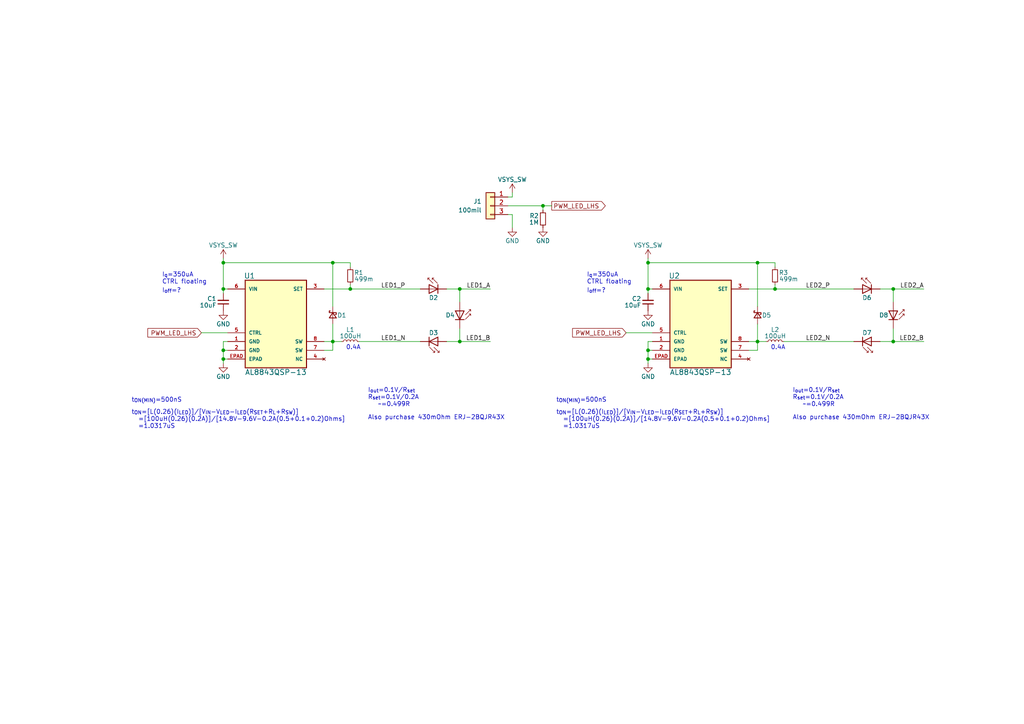
<source format=kicad_sch>
(kicad_sch (version 20211123) (generator eeschema)
  (paper "A4")
  (title_block (title "Project Falcon") (date "2022-02-11") (rev "1A") (company "University of Waterloo") (comment 1 "Mechatronics Engineering") (comment 2 "Final Year Design Project (Capstone)") (comment 3 "Alex Petkovic") (comment 4 "LHS Auxilliary PCB"))
  (lib_symbols
    (symbol "Connector_Generic:Conn_01x03" (pin_names (offset 1.016) hide)
      (property "Reference" "J" (at 0 5.08 0))
      (property "Value" "Conn_01x03" (at 0 -5.08 0))
      (symbol "Conn_01x03_1_1"
        (rectangle (start -1.27 -2.413) (end 0 -2.667) (stroke (width 0.1524)))
        (rectangle (start -1.27 0.127) (end 0 -0.127) (stroke (width 0.1524)))
        (rectangle (start -1.27 2.667) (end 0 2.413) (stroke (width 0.1524)))
        (rectangle (start -1.27 3.81) (end 1.27 -3.81) (stroke (width 0.254)) (fill (type background)))
        (pin passive line (at -5.08 2.54 0) (length 3.81) (name "Pin_1") (number "1"))
        (pin passive line (at -5.08 0 0) (length 3.81) (name "Pin_2") (number "2"))
        (pin passive line (at -5.08 -2.54 0) (length 3.81) (name "Pin_3") (number "3"))
      )
    )
    (symbol "Device:C_Small" (pin_numbers hide) (pin_names (offset 0.254) hide)
      (property "Reference" "C" (at 0.254 1.778 0))
      (property "Value" "C_Small" (at 0.254 -2.032 0))
      (symbol "C_Small_0_1"
        (polyline (pts (xy -1.524 -0.508) (xy 1.524 -0.508)) (stroke (width 0.3302)))
        (polyline (pts (xy -1.524 0.508) (xy 1.524 0.508)) (stroke (width 0.3048)))
      )
      (symbol "C_Small_1_1"
        (pin passive line (at 0 2.54 270) (length 2.032) (name "~") (number "1"))
        (pin passive line (at 0 -2.54 90) (length 2.032) (name "~") (number "2"))
      )
    )
    (symbol "Device:D_Schottky_Small" (pin_numbers hide) (pin_names (offset 0.254) hide)
      (property "Reference" "D" (at -1.27 2.032 0))
      (property "Value" "D_Schottky_Small" (at -7.112 -2.032 0))
      (symbol "D_Schottky_Small_0_1"
        (polyline (pts (xy -0.762 0) (xy 0.762 0)))
        (polyline (pts (xy 0.762 -1.016) (xy -0.762 0) (xy 0.762 1.016) (xy 0.762 -1.016)) (stroke (width 0.254)))
        (polyline (pts (xy -1.27 0.762) (xy -1.27 1.016) (xy -0.762 1.016) (xy -0.762 -1.016) (xy -0.254 -1.016) (xy -0.254 -0.762)) (stroke (width 0.254)))
      )
      (symbol "D_Schottky_Small_1_1"
        (pin passive line (at -2.54 0 0) (length 1.778) (name "K") (number "1"))
        (pin passive line (at 2.54 0 180) (length 1.778) (name "A") (number "2"))
      )
    )
    (symbol "Device:L_Small" (pin_numbers hide) (pin_names (offset 0.254) hide)
      (property "Reference" "L" (at 0.762 1.016 0))
      (property "Value" "L_Small" (at 0.762 -1.016 0))
      (symbol "L_Small_0_1"
        (arc (start 0 -2.032) (mid 0.508 -1.524) (end 0 -1.016))
        (arc (start 0 -1.016) (mid 0.508 -0.508) (end 0 0))
        (arc (start 0 0) (mid 0.508 0.508) (end 0 1.016))
        (arc (start 0 1.016) (mid 0.508 1.524) (end 0 2.032))
      )
      (symbol "L_Small_1_1"
        (pin passive line (at 0 2.54 270) (length 0.508) (name "~") (number "1"))
        (pin passive line (at 0 -2.54 90) (length 0.508) (name "~") (number "2"))
      )
    )
    (symbol "Device:R_Small" (pin_numbers hide) (pin_names (offset 0.254) hide)
      (property "Reference" "R" (at 0.762 0.508 0))
      (property "Value" "R_Small" (at 0.762 -1.016 0))
      (symbol "R_Small_0_1"
        (rectangle (start -0.762 1.778) (end 0.762 -1.778) (stroke (width 0.2032)))
      )
      (symbol "R_Small_1_1"
        (pin passive line (at 0 2.54 270) (length 0.762) (name "~") (number "1"))
        (pin passive line (at 0 -2.54 90) (length 0.762) (name "~") (number "2"))
      )
    )
    (symbol "JetkovKiCADLib:AL8843QSP-13" (pin_names (offset 1.016))
      (property "Reference" "U" (at -7.62 12.7 0))
      (property "Value" "AL8843QSP-13" (at 0 -15.24 0))
      (symbol "AL8843QSP-13_0_1"
        (rectangle (start -8.89 11.43) (end 8.89 -13.97) (stroke (width 0.3048)) (fill (type background)))
      )
      (symbol "AL8843QSP-13_1_1"
        (pin power_in line (at -13.97 -6.35 0) (length 5.08) (name "GND") (number "1"))
        (pin power_in line (at -13.97 -8.89 0) (length 5.08) (name "GND") (number "2"))
        (pin unspecified line (at 13.97 8.89 180) (length 5.08) (name "SET") (number "3"))
        (pin no_connect line (at 13.97 -11.43 180) (length 5.08) (name "NC") (number "4"))
        (pin unspecified line (at -13.97 -3.81 0) (length 5.08) (name "CTRL") (number "5"))
        (pin unspecified line (at -13.97 8.89 0) (length 5.08) (name "VIN") (number "6"))
        (pin unspecified line (at 13.97 -8.89 180) (length 5.08) (name "SW") (number "7"))
        (pin unspecified line (at 13.97 -6.35 180) (length 5.08) (name "SW") (number "8"))
        (pin unspecified line (at -13.97 -11.43 0) (length 5.08) (name "EPAD") (number "EPAD"))
      )
    )
    (symbol "JetkovKiCADLib:VSYS_SW" (power) (pin_names (offset 0))
      (property "Value" "VSYS_SW" (at 0 3.556 0))
      (symbol "VSYS_SW_0_1"
        (polyline (pts (xy -0.762 1.27) (xy 0 2.54)))
        (polyline (pts (xy 0 0) (xy 0 2.54)))
        (polyline (pts (xy 0 2.54) (xy 0.762 1.27)))
      )
      (symbol "VSYS_SW_1_1"
        (pin power_in line (at 0 0 90) (length 0) hide (name "VSYS_SW") (number "1"))
      )
    )
    (symbol "JetkovKiCADLib:XQA LED 1616 SMD" (pin_numbers hide) (pin_names (offset 1.016) hide)
      (property "Reference" "D" (at 0.508 1.778 0))
      (symbol "XQA LED 1616 SMD_0_1"
        (polyline (pts (xy -2.54 0) (xy 0 0)))
        (polyline (pts (xy -2.54 1.27) (xy -2.54 -1.27)) (stroke (width 0.254)))
        (polyline (pts (xy 0.381 3.175) (xy -0.127 3.175)))
        (polyline (pts (xy -1.143 1.651) (xy 0.381 3.175) (xy 0.381 2.667)))
        (polyline (pts (xy 0 -1.27) (xy 0 1.27) (xy -2.54 0) (xy 0 -1.27)) (stroke (width 0.254)))
        (polyline (pts (xy -2.413 1.651) (xy -0.889 3.175) (xy -0.889 2.667) (xy -0.889 3.175) (xy -1.397 3.175)))
      )
      (symbol "XQA LED 1616 SMD_1_1"
        (pin passive line (at -5.08 0 0) (length 2.54) (name "K") (number "1"))
        (pin passive line (at 2.54 0 180) (length 2.54) (name "A") (number "2"))
      )
    )
    (symbol "power:GND" (power) (pin_names (offset 0))
      (property "Value" "GND" (at 0 -3.81 0))
      (symbol "GND_0_1"
        (polyline (pts (xy 0 0) (xy 0 -1.27) (xy 1.27 -1.27) (xy 0 -2.54) (xy -1.27 -1.27) (xy 0 -1.27)))
      )
      (symbol "GND_1_1"
        (pin power_in line (at 0 0 270) (length 0) hide (name "GND") (number "1"))
      )
    )
  )
  (junction (at 219.71 99.06))
  (junction (at 133.35 83.82))
  (junction (at 64.77 76.2))
  (junction (at 224.79 83.82))
  (junction (at 133.35 99.06))
  (junction (at 187.96 104.14))
  (junction (at 96.52 76.2))
  (junction (at 157.48 59.69))
  (junction (at 64.77 101.6))
  (junction (at 96.52 99.06))
  (junction (at 64.77 83.82))
  (junction (at 64.77 104.14))
  (junction (at 187.96 76.2))
  (junction (at 187.96 101.6))
  (junction (at 259.08 83.82))
  (junction (at 187.96 83.82))
  (junction (at 101.6 83.82))
  (junction (at 259.08 99.06))
  (junction (at 219.71 76.2))
  (wire (pts (xy 187.96 99.06) (xy 187.96 101.6)))
  (wire (pts (xy 133.35 99.06) (xy 133.35 95.25)))
  (wire (pts (xy 93.98 83.82) (xy 101.6 83.82)))
  (wire (pts (xy 101.6 76.2) (xy 96.52 76.2)))
  (wire (pts (xy 187.96 104.14) (xy 189.23 104.14)))
  (wire (pts (xy 157.48 59.69) (xy 157.48 60.96)))
  (wire (pts (xy 64.77 99.06) (xy 64.77 101.6)))
  (wire (pts (xy 181.61 96.52) (xy 189.23 96.52)))
  (wire (pts (xy 64.77 104.14) (xy 64.77 105.41)))
  (wire (pts (xy 224.79 76.2) (xy 219.71 76.2)))
  (wire (pts (xy 96.52 99.06) (xy 99.06 99.06)))
  (wire (pts (xy 259.08 83.82) (xy 255.27 83.82)))
  (wire (pts (xy 187.96 99.06) (xy 189.23 99.06)))
  (wire (pts (xy 219.71 99.06) (xy 222.25 99.06)))
  (wire (pts (xy 133.35 83.82) (xy 129.54 83.82)))
  (wire (pts (xy 64.77 76.2) (xy 64.77 83.82)))
  (wire (pts (xy 64.77 99.06) (xy 66.04 99.06)))
  (wire (pts (xy 259.08 99.06) (xy 259.08 95.25)))
  (wire (pts (xy 224.79 83.82) (xy 224.79 82.55)))
  (wire (pts (xy 187.96 83.82) (xy 189.23 83.82)))
  (wire (pts (xy 133.35 99.06) (xy 142.24 99.06)))
  (wire (pts (xy 101.6 83.82) (xy 121.92 83.82)))
  (wire (pts (xy 259.08 87.63) (xy 259.08 83.82)))
  (wire (pts (xy 64.77 83.82) (xy 66.04 83.82)))
  (wire (pts (xy 64.77 83.82) (xy 64.77 85.09)))
  (wire (pts (xy 133.35 83.82) (xy 142.24 83.82)))
  (wire (pts (xy 64.77 76.2) (xy 96.52 76.2)))
  (wire (pts (xy 187.96 74.93) (xy 187.96 76.2)))
  (wire (pts (xy 187.96 76.2) (xy 219.71 76.2)))
  (wire (pts (xy 64.77 104.14) (xy 66.04 104.14)))
  (wire (pts (xy 219.71 101.6) (xy 219.71 99.06)))
  (wire (pts (xy 255.27 99.06) (xy 259.08 99.06)))
  (wire (pts (xy 160.02 59.69) (xy 157.48 59.69)))
  (wire (pts (xy 64.77 74.93) (xy 64.77 76.2)))
  (wire (pts (xy 101.6 83.82) (xy 101.6 82.55)))
  (wire (pts (xy 64.77 101.6) (xy 64.77 104.14)))
  (wire (pts (xy 157.48 59.69) (xy 147.32 59.69)))
  (wire (pts (xy 64.77 101.6) (xy 66.04 101.6)))
  (wire (pts (xy 259.08 83.82) (xy 267.97 83.82)))
  (wire (pts (xy 224.79 83.82) (xy 247.65 83.82)))
  (wire (pts (xy 148.59 57.15) (xy 148.59 55.88)))
  (wire (pts (xy 224.79 77.47) (xy 224.79 76.2)))
  (wire (pts (xy 259.08 99.06) (xy 267.97 99.06)))
  (wire (pts (xy 187.96 101.6) (xy 189.23 101.6)))
  (wire (pts (xy 96.52 76.2) (xy 96.52 88.9)))
  (wire (pts (xy 217.17 101.6) (xy 219.71 101.6)))
  (wire (pts (xy 58.42 96.52) (xy 66.04 96.52)))
  (wire (pts (xy 147.32 57.15) (xy 148.59 57.15)))
  (wire (pts (xy 187.96 104.14) (xy 187.96 105.41)))
  (wire (pts (xy 96.52 101.6) (xy 96.52 99.06)))
  (wire (pts (xy 217.17 99.06) (xy 219.71 99.06)))
  (wire (pts (xy 93.98 101.6) (xy 96.52 101.6)))
  (wire (pts (xy 217.17 83.82) (xy 224.79 83.82)))
  (wire (pts (xy 133.35 87.63) (xy 133.35 83.82)))
  (wire (pts (xy 148.59 66.04) (xy 148.59 62.23)))
  (wire (pts (xy 93.98 99.06) (xy 96.52 99.06)))
  (wire (pts (xy 129.54 99.06) (xy 133.35 99.06)))
  (wire (pts (xy 219.71 93.98) (xy 219.71 99.06)))
  (wire (pts (xy 96.52 93.98) (xy 96.52 99.06)))
  (wire (pts (xy 227.33 99.06) (xy 247.65 99.06)))
  (wire (pts (xy 187.96 83.82) (xy 187.96 85.09)))
  (wire (pts (xy 219.71 76.2) (xy 219.71 88.9)))
  (wire (pts (xy 187.96 76.2) (xy 187.96 83.82)))
  (wire (pts (xy 187.96 101.6) (xy 187.96 104.14)))
  (wire (pts (xy 101.6 77.47) (xy 101.6 76.2)))
  (wire (pts (xy 148.59 62.23) (xy 147.32 62.23)))
  (wire (pts (xy 104.14 99.06) (xy 121.92 99.06)))
  (text "Also purchase 430mOhm ERJ-2BQJR43X" (at 106.68 121.92 0) (effects (font (size 1.27 1.27)) (justify left bottom)))
  (text "I_{off}=?" (at 170.18 85.09 0) (effects (font (size 1.27 1.27)) (justify left bottom)))
  (text "t_{ON(MIN)}=500nS" (at 161.29 116.84 0) (effects (font (size 1.27 1.27)) (justify left bottom)))
  (text "I_{q}=350uA\nCTRL floating" (at 46.99 82.55 0) (effects (font (size 1.27 1.27)) (justify left bottom)))
  (text "t_{ON}=[L(0.26)(I_{LED})]/[V_{IN}-V_{LED}-I_{LED}(R_{SET}+R_{L}+R_{SW})]\n  =[100uH(0.26)(0.2A)]/[14.8V-9.6V-0.2A(0.5+0.1+0.2)Ohms]\n  =1.0317uS" (at 38.1 124.46 0) (effects (font (size 1.27 1.27)) (justify left bottom)))
  (text "I_{out}=0.1V/R_{set}\nR_{set}=0.1V/0.2A\n   ~=0.499R" (at 106.68 118.11 0) (effects (font (size 1.27 1.27)) (justify left bottom)))
  (text "t_{ON}=[L(0.26)(I_{LED})]/[V_{IN}-V_{LED}-I_{LED}(R_{SET}+R_{L}+R_{SW})]\n  =[100uH(0.26)(0.2A)]/[14.8V-9.6V-0.2A(0.5+0.1+0.2)Ohms]\n  =1.0317uS" (at 161.29 124.46 0) (effects (font (size 1.27 1.27)) (justify left bottom)))
  (text "I_{out}=0.1V/R_{set}\nR_{set}=0.1V/0.2A\n   ~=0.499R" (at 229.87 118.11 0) (effects (font (size 1.27 1.27)) (justify left bottom)))
  (text "0.4A" (at 223.52 101.6 0) (effects (font (size 1.27 1.27)) (justify left bottom)))
  (text "I_{q}=350uA\nCTRL floating" (at 170.18 82.55 0) (effects (font (size 1.27 1.27)) (justify left bottom)))
  (text "0.4A" (at 100.33 101.6 0) (effects (font (size 1.27 1.27)) (justify left bottom)))
  (text "I_{off}=?" (at 46.99 85.09 0) (effects (font (size 1.27 1.27)) (justify left bottom)))
  (text "t_{ON(MIN)}=500nS" (at 38.1 116.84 0) (effects (font (size 1.27 1.27)) (justify left bottom)))
  (text "Also purchase 430mOhm ERJ-2BQJR43X" (at 229.87 121.92 0) (effects (font (size 1.27 1.27)) (justify left bottom)))
  (label "LED1_A" (at 142.24 83.82 180))
  (label "LED2_A" (at 267.97 83.82 180))
  (label "LED1_B" (at 142.24 99.06 180))
  (label "LED1_N" (at 110.49 99.06 0))
  (label "LED2_N" (at 233.68 99.06 0))
  (label "LED2_B" (at 267.97 99.06 180))
  (label "LED2_P" (at 233.68 83.82 0))
  (label "LED1_P" (at 110.49 83.82 0))
  (global_label "PWM_LED_LHS" (shape input) (at 181.61 96.52 180) (property "Intersheet References" "${INTERSHEET_REFS}" (effects hide)))
  (global_label "PWM_LED_LHS" (shape output) (at 160.02 59.69 0) (property "Intersheet References" "${INTERSHEET_REFS}" (effects hide)))
  (global_label "PWM_LED_LHS" (shape input) (at 58.42 96.52 180) (property "Intersheet References" "${INTERSHEET_REFS}" (effects hide)))
  (symbol (lib_id "power:GND") (at 187.96 90.17 0) (unit 1)
    (property "Reference" "#PWR07" (effects hide))
    (property "Value" "GND" (at 187.96 93.98 0))
  )
  (symbol (lib_id "Device:C_Small") (at 64.77 87.63 0) (mirror x) (unit 1)
    (property "Reference" "C1" (at 62.7834 86.6464 0) (effects (justify right)))
    (property "Value" "10uF" (at 62.7842 88.5488 0) (effects (justify right)))
    (property "Footprint" "Capacitor_SMD:C_1210_3225Metric" (effects hide))
    (property "Datasheet" "https://product.tdk.com/system/files/dam/doc/product/capacitor/ceramic/mlcc/catalog/mlcc_automotive_general_en.pdf" (effects hide))
    (property "Description" "CAP CER 10UF 50V X7S 1210" (effects hide))
    (property "Manufacturer" "TDK Corporation" (effects hide))
    (property "Part Number" "CGA6P3X7S1H106K250AB " (effects hide))
    (property "Temp Range" "-55°C +125°C" (effects hide))
    (property "Tolerance" "10%" (effects hide))
    (property "Voltage" "50V" (effects hide))
  )
  (symbol (lib_id "power:GND") (at 148.59 66.04 0) (mirror y) (unit 1)
    (property "Reference" "#PWR04" (effects hide))
    (property "Value" "GND" (at 148.59 69.85 0))
  )
  (symbol (lib_id "Device:L_Small") (at 101.6 99.06 90) (unit 1)
    (property "Reference" "L1" (at 101.5968 95.6229 90))
    (property "Value" "100uH" (at 101.6454 97.4596 90))
    (property "Footprint" "JetkovKiCADLib:L_Taiyo-Yuden_NR-60xx_HandSoldering" (effects hide))
    (property "Datasheet" "https://ds.yuden.co.jp/TYCOMPAS/ut/detail?pn=LSXBD6060WHL101M&u=M" (effects hide))
    (property "Description" "FIXED IND 100UH 660MA 780MOHM SM" (effects hide))
    (property "Manufacturer" "Taiyo Yuden" (effects hide))
    (property "Part Number" "NR6028T101M" (effects hide))
    (property "Temp Range" "-25°C +120°C" (effects hide))
    (property "Tolerance" "20%" (effects hide))
  )
  (symbol (lib_id "power:GND") (at 157.48 66.04 0) (unit 1)
    (property "Reference" "#PWR05" (effects hide))
    (property "Value" "GND" (at 157.48 69.85 0))
  )
  (symbol (lib_id "Device:D_Schottky_Small") (at 96.52 91.44 90) (mirror x) (unit 1)
    (property "Reference" "D1" (at 97.79 91.44 90) (effects (justify right)))
    (property "Value" "500mA" (effects hide))
    (property "Footprint" "JetkovKiCADLib:SC-76-SOD-323_USC_TSB" (effects hide))
    (property "Datasheet" "https://toshiba.semicon-storage.com/info/docget.jsp?did=10394&prodName=CUS551V30" (effects hide))
    (property "Description" "DIODE SCHOTTKY 30V 500MA USC" (effects hide))
    (property "Manufacturer" "Toshiba Semiconductor and Storage" (effects hide))
    (property "Part Number" "CUS551V30,H3F" (effects hide))
    (property "Temp Range" "-55°C +125°C" (effects hide))
  )
  (symbol (lib_id "Device:R_Small") (at 157.48 63.5 0) (mirror x) (unit 1)
    (property "Reference" "R2" (at 156.2797 62.5991 0) (effects (justify right)))
    (property "Value" "1M" (at 156.3363 64.4869 0) (effects (justify right)))
    (property "Footprint" "Resistor_SMD:R_0402_1005Metric" (effects hide))
    (property "Datasheet" "https://www.seielect.com/catalog/sei-rmcf_rmcp.pdf" (effects hide))
    (property "Description" "RES 1M OHM 1% 1/16W 0402" (effects hide))
    (property "Manufacturer" "Stackpole Electronics Inc" (effects hide))
    (property "Part Number" "RMCF0402FT1M00" (effects hide))
    (property "Temp Range" "-55°C +155°C" (effects hide))
    (property "Tolerance" "1%" (effects hide))
  )
  (symbol (lib_id "Device:C_Small") (at 187.96 87.63 0) (mirror x) (unit 1)
    (property "Reference" "C2" (at 185.9734 86.6464 0) (effects (justify right)))
    (property "Value" "10uF" (at 185.9742 88.5488 0) (effects (justify right)))
    (property "Footprint" "Capacitor_SMD:C_1210_3225Metric" (effects hide))
    (property "Datasheet" "https://product.tdk.com/system/files/dam/doc/product/capacitor/ceramic/mlcc/catalog/mlcc_automotive_general_en.pdf" (effects hide))
    (property "Description" "CAP CER 10UF 50V X7S 1210" (effects hide))
    (property "Manufacturer" "TDK Corporation" (effects hide))
    (property "Part Number" "CGA6P3X7S1H106K250AB " (effects hide))
    (property "Temp Range" "-55°C +125°C" (effects hide))
    (property "Tolerance" "10%" (effects hide))
    (property "Voltage" "50V" (effects hide))
  )
  (symbol (lib_id "Device:R_Small") (at 101.6 80.01 0) (mirror x) (unit 1)
    (property "Reference" "R1" (at 102.6999 79.0802 0) (effects (justify left)))
    (property "Value" "499m" (at 102.7694 80.9328 0) (effects (justify left)))
    (property "Footprint" "Resistor_SMD:R_0402_1005Metric" (effects hide))
    (property "Datasheet" "https://www.yageo.com/upload/media/product/productsearch/datasheet/rchip/PYu-RL_Group_521_RoHS_L_2.pdf" (effects hide))
    (property "Description" "RES 0.499 OHM 1% 1/16W 0402" (effects hide))
    (property "Manufacturer" "YAGEO" (effects hide))
    (property "Part Number" "RL0402FR-070R499L" (effects hide))
    (property "Temp Range" "-55°C +155°C" (effects hide))
    (property "Power" "0.063W" (effects hide))
    (property "Tolerance" "1%" (effects hide))
  )
  (symbol (lib_id "JetkovKiCADLib:XQA LED 1616 SMD") (at 124.46 83.82 0) (mirror y) (unit 1)
    (property "Reference" "D2" (at 125.73 86.36 0))
    (property "Value" "XQA LED 1616 SMD" (effects hide))
    (property "Footprint" "JetkovKiCADLib:XQ-A-LED_Large" (effects hide))
    (property "Datasheet" "https://cree-led.com/media/documents/ds-XQA.pdf" (effects hide))
    (property "Part Number" "XQAAPA-02-0000-000000Y01" (effects hide))
    (property "Manufacturer" "CreeLED, Inc." (effects hide))
    (property "Description" "XQA LED 1616 SMD" (effects hide))
    (property "Temp Range" "-40°C +125°C" (effects hide))
    (property "Color" "Amber" (effects hide))
    (property "Voltage" "3.4Vf" (effects hide))
  )
  (symbol (lib_id "JetkovKiCADLib:XQA LED 1616 SMD") (at 252.73 99.06 0) (mirror x) (unit 1)
    (property "Reference" "D7" (at 251.46 96.52 0))
    (property "Value" "XQA LED 1616 SMD" (effects hide))
    (property "Footprint" "JetkovKiCADLib:XQ-A-LED_Large" (effects hide))
    (property "Datasheet" "https://cree-led.com/media/documents/ds-XQA.pdf" (effects hide))
    (property "Part Number" "XQAAPA-02-0000-000000Y01" (effects hide))
    (property "Manufacturer" "CreeLED, Inc." (effects hide))
    (property "Description" "XQA LED 1616 SMD" (effects hide))
    (property "Temp Range" "-40°C +125°C" (effects hide))
    (property "Color" "Amber" (effects hide))
    (property "Voltage" "3.4Vf" (effects hide))
  )
  (symbol (lib_id "power:GND") (at 64.77 90.17 0) (unit 1)
    (property "Reference" "#PWR02" (effects hide))
    (property "Value" "GND" (at 64.77 93.98 0))
  )
  (symbol (lib_id "power:GND") (at 64.77 105.41 0) (unit 1)
    (property "Reference" "#PWR?" (effects hide))
    (property "Value" "GND" (at 64.77 109.22 0))
  )
  (symbol (lib_id "JetkovKiCADLib:XQA LED 1616 SMD") (at 127 99.06 0) (mirror x) (unit 1)
    (property "Reference" "D3" (at 125.73 96.52 0))
    (property "Value" "XQA LED 1616 SMD" (effects hide))
    (property "Footprint" "JetkovKiCADLib:XQ-A-LED_Large" (effects hide))
    (property "Datasheet" "https://cree-led.com/media/documents/ds-XQA.pdf" (effects hide))
    (property "Part Number" "XQAAPA-02-0000-000000Y01" (effects hide))
    (property "Manufacturer" "CreeLED, Inc." (effects hide))
    (property "Description" "XQA LED 1616 SMD" (effects hide))
    (property "Temp Range" "-40°C +125°C" (effects hide))
    (property "Color" "Amber" (effects hide))
    (property "Voltage" "3.4Vf" (effects hide))
  )
  (symbol (lib_id "Device:R_Small") (at 224.79 80.01 0) (mirror x) (unit 1)
    (property "Reference" "R3" (at 225.8899 79.0802 0) (effects (justify left)))
    (property "Value" "499m" (at 225.9594 80.9328 0) (effects (justify left)))
    (property "Footprint" "Resistor_SMD:R_0402_1005Metric" (effects hide))
    (property "Datasheet" "https://www.yageo.com/upload/media/product/productsearch/datasheet/rchip/PYu-RL_Group_521_RoHS_L_2.pdf" (effects hide))
    (property "Description" "RES 0.499 OHM 1% 1/16W 0402" (effects hide))
    (property "Manufacturer" "YAGEO" (effects hide))
    (property "Part Number" "RL0402FR-070R499L" (effects hide))
    (property "Temp Range" "-55°C +155°C" (effects hide))
    (property "Power" "0.063W" (effects hide))
    (property "Tolerance" "1%" (effects hide))
  )
  (symbol (lib_id "JetkovKiCADLib:VSYS_SW") (at 187.96 74.93 0) (unit 1)
    (property "Reference" "#PWR06" (effects hide))
    (property "Value" "VSYS_SW" (at 187.96 71.12 0))
  )
  (symbol (lib_id "power:GND") (at 187.96 105.41 0) (unit 1)
    (property "Reference" "#PWR08" (effects hide))
    (property "Value" "GND" (at 187.96 109.22 0))
  )
  (symbol (lib_id "JetkovKiCADLib:AL8843QSP-13") (at 80.01 92.71 0) (unit 1)
    (property "Reference" "U1" (at 72.39 80.01 0) (effects (font (size 1.524 1.524))))
    (property "Value" "AL8843QSP-13" (at 80.01 107.95 0) (effects (font (size 1.524 1.524))))
    (property "Footprint" "JetkovKiCADLib:8-SOIC_SO-8EP_DIO" (effects hide))
    (property "Datasheet" "https://www.diodes.com/assets/Datasheets/AL8843Q.pdf" (effects hide))
    (property "Part Number" "AL8843QSP-13" (effects hide))
    (property "Manufacturer" "Diodes Incorporated" (effects hide))
    (property "Description" "IC LED MV INT SWITCH SO-8EP" (effects hide))
    (property "Temp Range" "-40°C +125°C" (effects hide))
  )
  (symbol (lib_id "Connector_Generic:Conn_01x03") (at 142.24 59.69 0) (mirror y) (unit 1)
    (property "Reference" "J1" (at 139.7 58.4199 0) (effects (justify left)))
    (property "Value" "100mil" (at 139.7 60.96 0) (effects (justify left)))
    (property "Footprint" "Connector_PinHeader_2.54mm:PinHeader_1x03_P2.54mm_Vertical" (effects hide))
  )
  (symbol (lib_id "JetkovKiCADLib:XQA LED 1616 SMD") (at 133.35 90.17 270) (mirror x) (unit 1)
    (property "Reference" "D4" (at 131.9324 91.4091 90) (effects (justify right)))
    (property "Value" "XQA LED 1616 SMD" (effects hide))
    (property "Footprint" "JetkovKiCADLib:XQ-A-LED_Large" (effects hide))
    (property "Datasheet" "https://cree-led.com/media/documents/ds-XQA.pdf" (effects hide))
    (property "Part Number" "XQAAPA-02-0000-000000Y01" (effects hide))
    (property "Manufacturer" "CreeLED, Inc." (effects hide))
    (property "Description" "XQA LED 1616 SMD" (effects hide))
    (property "Temp Range" "-40°C +125°C" (effects hide))
    (property "Color" "Amber" (effects hide))
    (property "Voltage" "3.4Vf" (effects hide))
  )
  (symbol (lib_id "Device:L_Small") (at 224.79 99.06 90) (unit 1)
    (property "Reference" "L2" (at 224.7868 95.6229 90))
    (property "Value" "100uH" (at 224.8354 97.4596 90))
    (property "Footprint" "JetkovKiCADLib:L_Taiyo-Yuden_NR-60xx_HandSoldering" (effects hide))
    (property "Datasheet" "https://ds.yuden.co.jp/TYCOMPAS/ut/detail?pn=LSXBD6060WHL101M&u=M" (effects hide))
    (property "Description" "FIXED IND 100UH 660MA 780MOHM SM" (effects hide))
    (property "Manufacturer" "Taiyo Yuden" (effects hide))
    (property "Part Number" "NR6028T101M" (effects hide))
    (property "Temp Range" "-25°C +120°C" (effects hide))
    (property "Tolerance" "20%" (effects hide))
  )
  (symbol (lib_id "JetkovKiCADLib:VSYS_SW") (at 148.59 55.88 0) (mirror y) (unit 1)
    (property "Reference" "#PWR03" (effects hide))
    (property "Value" "VSYS_SW" (at 148.59 52.07 0))
  )
  (symbol (lib_id "JetkovKiCADLib:AL8843QSP-13") (at 203.2 92.71 0) (unit 1)
    (property "Reference" "U2" (at 195.58 80.01 0) (effects (font (size 1.524 1.524))))
    (property "Value" "AL8843QSP-13" (at 203.2 107.95 0) (effects (font (size 1.524 1.524))))
    (property "Footprint" "JetkovKiCADLib:8-SOIC_SO-8EP_DIO" (effects hide))
    (property "Datasheet" "https://www.diodes.com/assets/Datasheets/AL8843Q.pdf" (effects hide))
    (property "Part Number" "AL8843QSP-13" (effects hide))
    (property "Manufacturer" "Diodes Incorporated" (effects hide))
    (property "Description" "IC LED MV INT SWITCH SO-8EP" (effects hide))
    (property "Temp Range" "-40°C +125°C" (effects hide))
  )
  (symbol (lib_id "JetkovKiCADLib:VSYS_SW") (at 64.77 74.93 0) (unit 1)
    (property "Reference" "#PWR01" (effects hide))
    (property "Value" "VSYS_SW" (at 64.77 71.12 0))
  )
  (symbol (lib_id "JetkovKiCADLib:XQA LED 1616 SMD") (at 259.08 90.17 270) (mirror x) (unit 1)
    (property "Reference" "D8" (at 257.6624 91.4091 90) (effects (justify right)))
    (property "Value" "XQA LED 1616 SMD" (effects hide))
    (property "Footprint" "JetkovKiCADLib:XQ-A-LED_Large" (effects hide))
    (property "Datasheet" "https://cree-led.com/media/documents/ds-XQA.pdf" (effects hide))
    (property "Part Number" "XQAAPA-02-0000-000000Y01" (effects hide))
    (property "Manufacturer" "CreeLED, Inc." (effects hide))
    (property "Description" "XQA LED 1616 SMD" (effects hide))
    (property "Temp Range" "-40°C +125°C" (effects hide))
    (property "Color" "Amber" (effects hide))
    (property "Voltage" "3.4Vf" (effects hide))
  )
  (symbol (lib_id "JetkovKiCADLib:XQA LED 1616 SMD") (at 250.19 83.82 0) (mirror y) (unit 1)
    (property "Reference" "D6" (at 251.46 86.36 0))
    (property "Value" "XQA LED 1616 SMD" (effects hide))
    (property "Footprint" "JetkovKiCADLib:XQ-A-LED_Large" (effects hide))
    (property "Datasheet" "https://cree-led.com/media/documents/ds-XQA.pdf" (effects hide))
    (property "Part Number" "XQAAPA-02-0000-000000Y01" (effects hide))
    (property "Manufacturer" "CreeLED, Inc." (effects hide))
    (property "Description" "XQA LED 1616 SMD" (effects hide))
    (property "Temp Range" "-40°C +125°C" (effects hide))
    (property "Color" "Amber" (effects hide))
    (property "Voltage" "3.4Vf" (effects hide))
  )
  (symbol (lib_id "Device:D_Schottky_Small") (at 219.71 91.44 90) (mirror x) (unit 1)
    (property "Reference" "D5" (at 220.98 91.44 90) (effects (justify right)))
    (property "Value" "500mA" (effects hide))
    (property "Footprint" "JetkovKiCADLib:SC-76-SOD-323_USC_TSB" (effects hide))
    (property "Datasheet" "https://toshiba.semicon-storage.com/info/docget.jsp?did=10394&prodName=CUS551V30" (effects hide))
    (property "Description" "DIODE SCHOTTKY 30V 500MA USC" (effects hide))
    (property "Manufacturer" "Toshiba Semiconductor and Storage" (effects hide))
    (property "Part Number" "CUS551V30,H3F" (effects hide))
    (property "Temp Range" "-55°C +125°C" (effects hide))
  )
)
</source>
